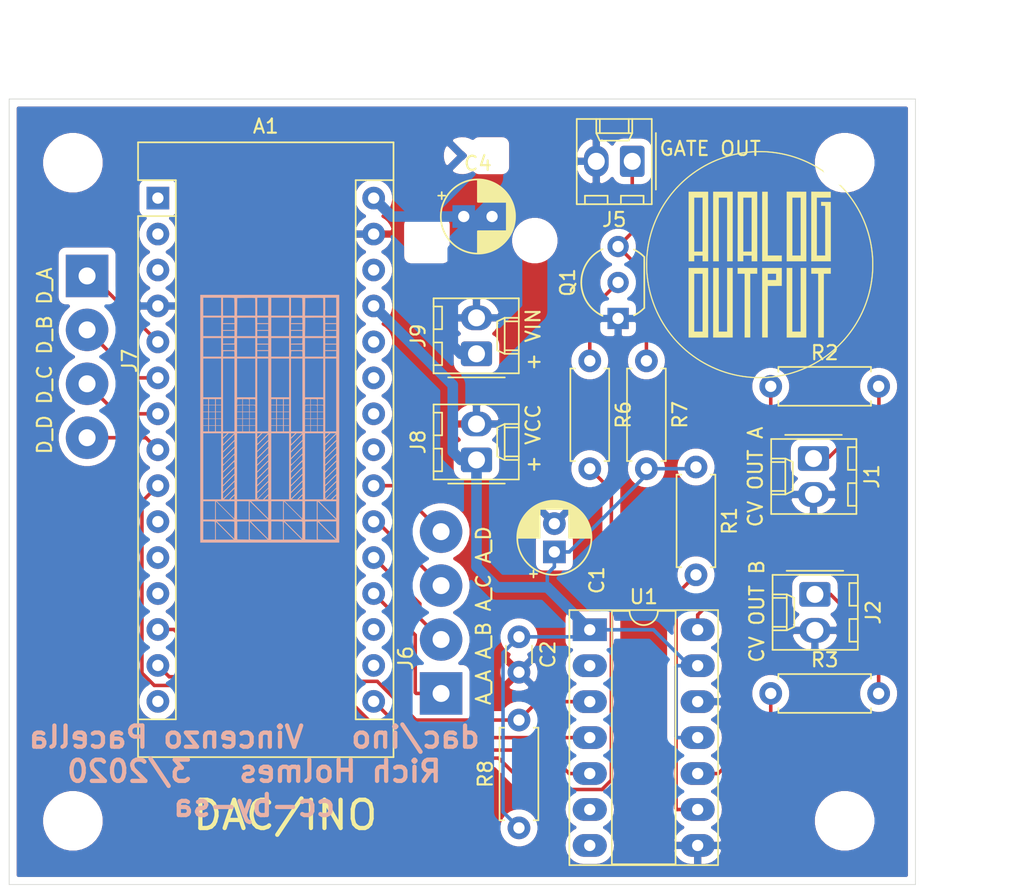
<source format=kicad_pcb>
(kicad_pcb (version 20171130) (host pcbnew 5.1.5-52549c5~84~ubuntu18.04.1)
  (layers (0 F.Cu signal) (31 B.Cu signal) (34 B.Paste user) (35 F.Paste user) (36 B.SilkS user) (37 F.SilkS user) (38 B.Mask user) (39 F.Mask user) (44 Edge.Cuts user))
  (net 0 "")
  (net 1 GND)
  (net 2 VCC)
  (net 3 /Arduino/SCK)
  (net 4 /Arduino/MOSI)
  (net 5 /Arduino/DAC_CS)
  (net 6 /Arduino/D_OUT_B)
  (net 7 /Arduino/D_OUT_A)
  (net 8 /Arduino/A_IN_F)
  (net 9 /Arduino/D_IN_D)
  (net 10 /Arduino/A_IN_E)
  (net 11 /Arduino/D_IN_C)
  (net 12 /Arduino/A_IN_D)
  (net 13 /Arduino/D_IN_B)
  (net 14 /Arduino/A_IN_C)
  (net 15 /Arduino/A_IN_B)
  (net 16 /Arduino/A_IN_A)
  (net 17 /Arduino/D_IN_A)
  (net 18 "/Gate out/GATE_OUT")
  (net 19 +VIN)
  (net 20 "Net-(A1-Pad15)")
  (net 21 "Net-(A1-Pad28)")
  (net 22 "Net-(A1-Pad12)")
  (net 23 "Net-(A1-Pad11)")
  (net 24 "Net-(A1-Pad26)")
  (net 25 "Net-(A1-Pad25)")
  (net 26 "Net-(A1-Pad3)")
  (net 27 "Net-(A1-Pad18)")
  (net 28 "Net-(A1-Pad2)")
  (net 29 "Net-(A1-Pad17)")
  (net 30 "Net-(A1-Pad1)")
  (net 31 /DAC/CV_OUT_A)
  (net 32 /DAC/CV_OUT_B)
  (net 33 "Net-(Q1-Pad2)")
  (net 34 "Net-(R1-Pad2)")
  (net 35 "Net-(R2-Pad1)")
  (net 36 "Net-(R3-Pad1)")
  (net 37 "Net-(U1-Pad7)")
  (net 38 "Net-(U1-Pad6)")
  (net 39 "Net-(U1-Pad2)")
  (module dac_ino:analogoutput2 (layer F.Cu) (at 178 104.7)
    (fp_text reference G*** hide)
    (fp_text value LOGO hide)
  )
  (module dac_ino:deco2 (layer F.Cu) (at 143.4 115.6 180)
    (fp_text reference G*** hide)
    (fp_text value LOGO hide)
  )
  (module Resistor_THT:R_Axial_DIN0207_L6.3mm_D2.5mm_P7.62mm_Horizontal (layer F.Cu) (at 178.78 135)
    (fp_text reference R3 (at 3.81 -2.37) (layer F.SilkS))
    (fp_text value 1K)
    (pad 2 thru_hole oval (at 7.62 0) (size 1.6 1.6) (drill 0.8) (layers *.Cu *.Mask) (net 32 /DAC/CV_OUT_B))
    (pad 1 thru_hole circle (at 0 0) (size 1.6 1.6) (drill 0.8) (layers *.Cu *.Mask) (net 36 "Net-(R3-Pad1)"))
  )
  (module Resistor_THT:R_Axial_DIN0207_L6.3mm_D2.5mm_P7.62mm_Horizontal (layer F.Cu) (at 178.78 113.3)
    (fp_text reference R2 (at 3.81 -2.37) (layer F.SilkS))
    (fp_text value 1K)
    (pad 2 thru_hole oval (at 7.62 0) (size 1.6 1.6) (drill 0.8) (layers *.Cu *.Mask) (net 31 /DAC/CV_OUT_A))
    (pad 1 thru_hole circle (at 0 0) (size 1.6 1.6) (drill 0.8) (layers *.Cu *.Mask) (net 35 "Net-(R2-Pad1)"))
  )
  (module Connector_Molex:Molex_KK-254_AE-6410-02A_1x02_P2.54mm_Vertical (layer F.Cu) (at 181.9 128 270)
    (fp_text reference J2 (at 1.27 -4.12 90) (layer F.SilkS))
    (fp_text value "CV OUT B")
    (pad 2 thru_hole oval (at 2.54 0 270) (size 1.74 2.2) (drill 1.2) (layers *.Cu *.Mask) (net 1 GND))
    (pad 1 thru_hole roundrect (at 0 0 270) (size 1.74 2.2) (drill 1.2) (layers *.Cu *.Mask) (roundrect_rratio 0.143678) (net 32 /DAC/CV_OUT_B))
  )
  (module Connector_Molex:Molex_KK-254_AE-6410-02A_1x02_P2.54mm_Vertical (layer F.Cu) (at 181.8 118.4 270)
    (fp_text reference J1 (at 1.27 -4.12 90) (layer F.SilkS))
    (fp_text value "CV OUT A")
    (pad 2 thru_hole oval (at 2.54 0 270) (size 1.74 2.2) (drill 1.2) (layers *.Cu *.Mask) (net 1 GND))
    (pad 1 thru_hole roundrect (at 0 0 270) (size 1.74 2.2) (drill 1.2) (layers *.Cu *.Mask) (roundrect_rratio 0.143678) (net 31 /DAC/CV_OUT_A))
  )
  (module Module:Arduino_Nano (layer F.Cu) (at 135.5 100)
    (fp_text reference A1 (at 7.62 -5.08) (layer F.SilkS))
    (fp_text value "Arduino_Nano_v3.x 5V")
    (pad 16 thru_hole oval (at 15.24 35.56) (size 1.6 1.6) (drill 0.8) (layers *.Cu *.Mask) (net 3 /Arduino/SCK))
    (pad 15 thru_hole oval (at 0 35.56) (size 1.6 1.6) (drill 0.8) (layers *.Cu *.Mask) (net 20 "Net-(A1-Pad15)"))
    (pad 30 thru_hole oval (at 15.24 0) (size 1.6 1.6) (drill 0.8) (layers *.Cu *.Mask) (net 19 +VIN))
    (pad 14 thru_hole oval (at 0 33.02) (size 1.6 1.6) (drill 0.8) (layers *.Cu *.Mask) (net 4 /Arduino/MOSI))
    (pad 29 thru_hole oval (at 15.24 2.54) (size 1.6 1.6) (drill 0.8) (layers *.Cu *.Mask) (net 1 GND))
    (pad 13 thru_hole oval (at 0 30.48) (size 1.6 1.6) (drill 0.8) (layers *.Cu *.Mask) (net 5 /Arduino/DAC_CS))
    (pad 28 thru_hole oval (at 15.24 5.08) (size 1.6 1.6) (drill 0.8) (layers *.Cu *.Mask) (net 21 "Net-(A1-Pad28)"))
    (pad 12 thru_hole oval (at 0 27.94) (size 1.6 1.6) (drill 0.8) (layers *.Cu *.Mask) (net 22 "Net-(A1-Pad12)"))
    (pad 27 thru_hole oval (at 15.24 7.62) (size 1.6 1.6) (drill 0.8) (layers *.Cu *.Mask) (net 2 VCC))
    (pad 11 thru_hole oval (at 0 25.4) (size 1.6 1.6) (drill 0.8) (layers *.Cu *.Mask) (net 23 "Net-(A1-Pad11)"))
    (pad 26 thru_hole oval (at 15.24 10.16) (size 1.6 1.6) (drill 0.8) (layers *.Cu *.Mask) (net 24 "Net-(A1-Pad26)"))
    (pad 10 thru_hole oval (at 0 22.86) (size 1.6 1.6) (drill 0.8) (layers *.Cu *.Mask) (net 6 /Arduino/D_OUT_B))
    (pad 25 thru_hole oval (at 15.24 12.7) (size 1.6 1.6) (drill 0.8) (layers *.Cu *.Mask) (net 25 "Net-(A1-Pad25)"))
    (pad 9 thru_hole oval (at 0 20.32) (size 1.6 1.6) (drill 0.8) (layers *.Cu *.Mask) (net 7 /Arduino/D_OUT_A))
    (pad 24 thru_hole oval (at 15.24 15.24) (size 1.6 1.6) (drill 0.8) (layers *.Cu *.Mask) (net 8 /Arduino/A_IN_F))
    (pad 8 thru_hole oval (at 0 17.78) (size 1.6 1.6) (drill 0.8) (layers *.Cu *.Mask) (net 9 /Arduino/D_IN_D))
    (pad 23 thru_hole oval (at 15.24 17.78) (size 1.6 1.6) (drill 0.8) (layers *.Cu *.Mask) (net 10 /Arduino/A_IN_E))
    (pad 7 thru_hole oval (at 0 15.24) (size 1.6 1.6) (drill 0.8) (layers *.Cu *.Mask) (net 11 /Arduino/D_IN_C))
    (pad 22 thru_hole oval (at 15.24 20.32) (size 1.6 1.6) (drill 0.8) (layers *.Cu *.Mask) (net 12 /Arduino/A_IN_D))
    (pad 6 thru_hole oval (at 0 12.7) (size 1.6 1.6) (drill 0.8) (layers *.Cu *.Mask) (net 13 /Arduino/D_IN_B))
    (pad 21 thru_hole oval (at 15.24 22.86) (size 1.6 1.6) (drill 0.8) (layers *.Cu *.Mask) (net 14 /Arduino/A_IN_C))
    (pad 5 thru_hole oval (at 0 10.16) (size 1.6 1.6) (drill 0.8) (layers *.Cu *.Mask) (net 17 /Arduino/D_IN_A))
    (pad 20 thru_hole oval (at 15.24 25.4) (size 1.6 1.6) (drill 0.8) (layers *.Cu *.Mask) (net 15 /Arduino/A_IN_B))
    (pad 4 thru_hole oval (at 0 7.62) (size 1.6 1.6) (drill 0.8) (layers *.Cu *.Mask) (net 1 GND))
    (pad 19 thru_hole oval (at 15.24 27.94) (size 1.6 1.6) (drill 0.8) (layers *.Cu *.Mask) (net 16 /Arduino/A_IN_A))
    (pad 3 thru_hole oval (at 0 5.08) (size 1.6 1.6) (drill 0.8) (layers *.Cu *.Mask) (net 26 "Net-(A1-Pad3)"))
    (pad 18 thru_hole oval (at 15.24 30.48) (size 1.6 1.6) (drill 0.8) (layers *.Cu *.Mask) (net 27 "Net-(A1-Pad18)"))
    (pad 2 thru_hole oval (at 0 2.54) (size 1.6 1.6) (drill 0.8) (layers *.Cu *.Mask) (net 28 "Net-(A1-Pad2)"))
    (pad 17 thru_hole oval (at 15.24 33.02) (size 1.6 1.6) (drill 0.8) (layers *.Cu *.Mask) (net 29 "Net-(A1-Pad17)"))
    (pad 1 thru_hole rect (at 0 0) (size 1.6 1.6) (drill 0.8) (layers *.Cu *.Mask) (net 30 "Net-(A1-Pad1)"))
  )
  (module Resistor_THT:R_Axial_DIN0207_L6.3mm_D2.5mm_P7.62mm_Horizontal (layer F.Cu) (at 161 144.5 90)
    (fp_text reference R8 (at 3.81 -2.37 90) (layer F.SilkS))
    (fp_text value 10K)
    (pad 2 thru_hole oval (at 7.62 0 90) (size 1.6 1.6) (drill 0.8) (layers *.Cu *.Mask) (net 5 /Arduino/DAC_CS))
    (pad 1 thru_hole circle (at 0 0 90) (size 1.6 1.6) (drill 0.8) (layers *.Cu *.Mask) (net 2 VCC))
  )
  (module Capacitor_THT:CP_Radial_D5.0mm_P2.00mm (layer F.Cu) (at 163.5 125 90)
    (fp_text reference C1 (at -2 3 90) (layer F.SilkS))
    (fp_text value 10uF)
    (pad 2 thru_hole circle (at 2 0 90) (size 1.6 1.6) (drill 0.8) (layers *.Cu *.Mask) (net 1 GND))
    (pad 1 thru_hole rect (at 0 0 90) (size 1.6 1.6) (drill 0.8) (layers *.Cu *.Mask) (net 2 VCC))
  )
  (module Connector_Wire:SolderWirePad_1x04_P3.81mm_Drill1.2mm (layer F.Cu) (at 130.5 105.5 270)
    (fp_text reference J7 (at 6 -3 90) (layer F.SilkS))
    (fp_text value Conn_01x04)
    (pad 4 thru_hole circle (at 11.43 0 270) (size 2.99974 2.99974) (drill 1.19888) (layers *.Cu *.Mask) (net 9 /Arduino/D_IN_D))
    (pad 3 thru_hole circle (at 7.62 0 270) (size 2.99974 2.99974) (drill 1.19888) (layers *.Cu *.Mask) (net 11 /Arduino/D_IN_C))
    (pad 2 thru_hole circle (at 3.81 0 270) (size 2.99974 2.99974) (drill 1.19888) (layers *.Cu *.Mask) (net 13 /Arduino/D_IN_B))
    (pad 1 thru_hole rect (at 0 0 270) (size 2.99974 2.99974) (drill 1.19888) (layers *.Cu *.Mask) (net 17 /Arduino/D_IN_A))
  )
  (module Connector_Wire:SolderWirePad_1x04_P3.81mm_Drill1.2mm (layer F.Cu) (at 155.5 135 90)
    (fp_text reference J6 (at 2.5 -2.5 90) (layer F.SilkS))
    (fp_text value Conn_01x04)
    (pad 4 thru_hole circle (at 11.43 0 90) (size 2.99974 2.99974) (drill 1.19888) (layers *.Cu *.Mask) (net 12 /Arduino/A_IN_D))
    (pad 3 thru_hole circle (at 7.62 0 90) (size 2.99974 2.99974) (drill 1.19888) (layers *.Cu *.Mask) (net 14 /Arduino/A_IN_C))
    (pad 2 thru_hole circle (at 3.81 0 90) (size 2.99974 2.99974) (drill 1.19888) (layers *.Cu *.Mask) (net 15 /Arduino/A_IN_B))
    (pad 1 thru_hole rect (at 0 0 90) (size 2.99974 2.99974) (drill 1.19888) (layers *.Cu *.Mask) (net 16 /Arduino/A_IN_A))
  )
  (module Connector_Molex:Molex_KK-254_AE-6410-02A_1x02_P2.54mm_Vertical (layer F.Cu) (at 158 111 90)
    (fp_text reference J9 (at 1.27 -4.12 270) (layer F.SilkS))
    (fp_text value Vin)
    (pad 2 thru_hole oval (at 2.54 0 90) (size 1.74 2.2) (drill 1.2) (layers *.Cu *.Mask) (net 1 GND))
    (pad 1 thru_hole roundrect (at 0 0 90) (size 1.74 2.2) (drill 1.2) (layers *.Cu *.Mask) (roundrect_rratio 0.143678) (net 19 +VIN))
  )
  (module Resistor_THT:R_Axial_DIN0207_L6.3mm_D2.5mm_P7.62mm_Horizontal (layer F.Cu) (at 173.5 119 270)
    (fp_text reference R1 (at 3.81 -2.37 90) (layer F.SilkS))
    (fp_text value 10K)
    (pad 2 thru_hole oval (at 7.62 0 270) (size 1.6 1.6) (drill 0.8) (layers *.Cu *.Mask) (net 34 "Net-(R1-Pad2)"))
    (pad 1 thru_hole circle (at 0 0 270) (size 1.6 1.6) (drill 0.8) (layers *.Cu *.Mask) (net 2 VCC))
  )
  (module MountingHole:MountingHole_3.2mm_M3 (layer F.Cu) (at 184 97.5 180)
    (fp_text reference H4 hide)
    (fp_text value MountingHole)
    (pad 1 np_thru_hole circle (at 0 0 180) (size 3.2 3.2) (drill 3.2) (layers *.Cu *.Mask))
  )
  (module MountingHole:MountingHole_3.2mm_M3 (layer F.Cu) (at 184 144 180)
    (fp_text reference H3 hide)
    (fp_text value MountingHole)
    (pad 1 np_thru_hole circle (at 0 0 180) (size 3.2 3.2) (drill 3.2) (layers *.Cu *.Mask))
  )
  (module MountingHole:MountingHole_3.2mm_M3 (layer F.Cu) (at 129.5 144)
    (fp_text reference H2 hide)
    (fp_text value MountingHole)
    (pad 1 np_thru_hole circle (at 0 0) (size 3.2 3.2) (drill 3.2) (layers *.Cu *.Mask))
  )
  (module MountingHole:MountingHole_3.2mm_M3 (layer F.Cu) (at 129.5 97.5)
    (fp_text reference H1 hide)
    (fp_text value MountingHole)
    (pad 1 np_thru_hole circle (at 0 0) (size 3.2 3.2) (drill 3.2) (layers *.Cu *.Mask))
  )
  (module Package_DIP:DIP-14_W7.62mm_Socket_LongPads (layer F.Cu) (at 166 130.5)
    (fp_text reference U1 (at 3.81 -2.33) (layer F.SilkS))
    (fp_text value MCP4922)
    (pad 14 thru_hole oval (at 7.62 0) (size 2.4 1.6) (drill 0.8) (layers *.Cu *.Mask) (net 35 "Net-(R2-Pad1)"))
    (pad 7 thru_hole oval (at 0 15.24) (size 2.4 1.6) (drill 0.8) (layers *.Cu *.Mask) (net 37 "Net-(U1-Pad7)"))
    (pad 13 thru_hole oval (at 7.62 2.54) (size 2.4 1.6) (drill 0.8) (layers *.Cu *.Mask) (net 2 VCC))
    (pad 6 thru_hole oval (at 0 12.7) (size 2.4 1.6) (drill 0.8) (layers *.Cu *.Mask) (net 38 "Net-(U1-Pad6)"))
    (pad 12 thru_hole oval (at 7.62 5.08) (size 2.4 1.6) (drill 0.8) (layers *.Cu *.Mask) (net 1 GND))
    (pad 5 thru_hole oval (at 0 10.16) (size 2.4 1.6) (drill 0.8) (layers *.Cu *.Mask) (net 4 /Arduino/MOSI))
    (pad 11 thru_hole oval (at 7.62 7.62) (size 2.4 1.6) (drill 0.8) (layers *.Cu *.Mask) (net 2 VCC))
    (pad 4 thru_hole oval (at 0 7.62) (size 2.4 1.6) (drill 0.8) (layers *.Cu *.Mask) (net 3 /Arduino/SCK))
    (pad 10 thru_hole oval (at 7.62 10.16) (size 2.4 1.6) (drill 0.8) (layers *.Cu *.Mask) (net 36 "Net-(R3-Pad1)"))
    (pad 3 thru_hole oval (at 0 5.08) (size 2.4 1.6) (drill 0.8) (layers *.Cu *.Mask) (net 5 /Arduino/DAC_CS))
    (pad 9 thru_hole oval (at 7.62 12.7) (size 2.4 1.6) (drill 0.8) (layers *.Cu *.Mask) (net 34 "Net-(R1-Pad2)"))
    (pad 2 thru_hole oval (at 0 2.54) (size 2.4 1.6) (drill 0.8) (layers *.Cu *.Mask) (net 39 "Net-(U1-Pad2)"))
    (pad 8 thru_hole oval (at 7.62 15.24) (size 2.4 1.6) (drill 0.8) (layers *.Cu *.Mask) (net 1 GND))
    (pad 1 thru_hole rect (at 0 0) (size 2.4 1.6) (drill 0.8) (layers *.Cu *.Mask) (net 2 VCC))
  )
  (module Resistor_THT:R_Axial_DIN0207_L6.3mm_D2.5mm_P7.62mm_Horizontal (layer F.Cu) (at 170 111.5 270)
    (fp_text reference R7 (at 3.81 -2.37 90) (layer F.SilkS))
    (fp_text value 1k)
    (pad 2 thru_hole oval (at 7.62 0 270) (size 1.6 1.6) (drill 0.8) (layers *.Cu *.Mask) (net 2 VCC))
    (pad 1 thru_hole circle (at 0 0 270) (size 1.6 1.6) (drill 0.8) (layers *.Cu *.Mask) (net 18 "/Gate out/GATE_OUT"))
  )
  (module Resistor_THT:R_Axial_DIN0207_L6.3mm_D2.5mm_P7.62mm_Horizontal (layer F.Cu) (at 166 111.5 270)
    (fp_text reference R6 (at 3.81 -2.37 90) (layer F.SilkS))
    (fp_text value 1k)
    (pad 2 thru_hole oval (at 7.62 0 270) (size 1.6 1.6) (drill 0.8) (layers *.Cu *.Mask) (net 7 /Arduino/D_OUT_A))
    (pad 1 thru_hole circle (at 0 0 270) (size 1.6 1.6) (drill 0.8) (layers *.Cu *.Mask) (net 33 "Net-(Q1-Pad2)"))
  )
  (module Package_TO_SOT_THT:TO-92_Inline_Wide (layer F.Cu) (at 168 108.5 90)
    (fp_text reference Q1 (at 2.54 -3.56 90) (layer F.SilkS))
    (fp_text value 2N3904)
    (pad 1 thru_hole rect (at 0 0 180) (size 1.5 1.5) (drill 0.8) (layers *.Cu *.Mask) (net 1 GND))
    (pad 3 thru_hole circle (at 5.08 0 180) (size 1.5 1.5) (drill 0.8) (layers *.Cu *.Mask) (net 18 "/Gate out/GATE_OUT"))
    (pad 2 thru_hole circle (at 2.54 0 180) (size 1.5 1.5) (drill 0.8) (layers *.Cu *.Mask) (net 33 "Net-(Q1-Pad2)"))
  )
  (module Connector_Molex:Molex_KK-254_AE-6410-02A_1x02_P2.54mm_Vertical (layer F.Cu) (at 158 118.5 90)
    (fp_text reference J8 (at 1.27 -4.12 90) (layer F.SilkS))
    (fp_text value VCC)
    (pad 2 thru_hole oval (at 2.54 0 90) (size 1.74 2.2) (drill 1.2) (layers *.Cu *.Mask) (net 1 GND))
    (pad 1 thru_hole roundrect (at 0 0 90) (size 1.74 2.2) (drill 1.2) (layers *.Cu *.Mask) (roundrect_rratio 0.143678) (net 2 VCC))
  )
  (module Connector_Molex:Molex_KK-254_AE-6410-02A_1x02_P2.54mm_Vertical (layer F.Cu) (at 169 97.4 180)
    (fp_text reference J5 (at 1.27 -4.12) (layer F.SilkS))
    (fp_text value "GATE OUT A")
    (pad 2 thru_hole oval (at 2.54 0 180) (size 1.74 2.2) (drill 1.2) (layers *.Cu *.Mask) (net 1 GND))
    (pad 1 thru_hole roundrect (at 0 0 180) (size 1.74 2.2) (drill 1.2) (layers *.Cu *.Mask) (roundrect_rratio 0.143678) (net 18 "/Gate out/GATE_OUT"))
  )
  (module Capacitor_THT:CP_Radial_D5.0mm_P2.00mm (layer F.Cu) (at 157.1 101.3)
    (fp_text reference C4 (at 1 -3.75) (layer F.SilkS))
    (fp_text value 10uF)
    (pad 2 thru_hole circle (at 2 0) (size 1.6 1.6) (drill 0.8) (layers *.Cu *.Mask) (net 1 GND))
    (pad 1 thru_hole rect (at 0 0) (size 1.6 1.6) (drill 0.8) (layers *.Cu *.Mask) (net 19 +VIN))
  )
  (module Capacitor_THT:C_Disc_D3.0mm_W1.6mm_P2.50mm (layer F.Cu) (at 161 131 270)
    (fp_text reference C2 (at 1.25 -2.05 90) (layer F.SilkS))
    (fp_text value 0.1uF)
    (pad 2 thru_hole circle (at 2.5 0 270) (size 1.6 1.6) (drill 0.8) (layers *.Cu *.Mask) (net 1 GND))
    (pad 1 thru_hole circle (at 0 0 270) (size 1.6 1.6) (drill 0.8) (layers *.Cu *.Mask) (net 2 VCC))
  )
  (gr_text DAC/INO (at 144.5 143.6) (layer F.SilkS) (effects (font (size 2 2) (thickness 0.3))))
  (gr_text "A_A A_B A_C A_D" (at 158.5 129.5 90) (layer F.SilkS) (effects (font (size 1 1))))
  (gr_text "D_D D_C D_B D_A" (at 127.5 111.5 90) (layer F.SilkS) (effects (font (size 1 1))))
  (gr_text "GATE OUT" (at 174.5 96.5) (layer F.SilkS) (effects (font (size 1 1))))
  (gr_text "+ VCC" (at 162 117 90) (layer F.SilkS) (effects (font (size 1 1))))
  (gr_text "+ VIN" (at 162 110 90) (layer F.SilkS) (effects (font (size 1 1))))
  (gr_text "dac/ino   Vincenzo Pacella\nRich Holmes   3/2020\ncc-by-sa" (at 142.3 140.5) (layer B.SilkS) (effects (font (size 1.5 1.5) (thickness 0.3)) (justify mirror)))
  (gr_text "CV OUT A" (at 177.7 119.7 90) (layer F.SilkS) (effects (font (size 1 1))))
  (gr_line (start 189 148.5) (end 125 148.5) (layer Edge.Cuts) (width 0.05))
  (gr_text "CV OUT B" (at 177.8 129.2 90) (layer F.SilkS) (effects (font (size 1 1))))
  (gr_line (start 125 148.5) (end 125 93) (layer Edge.Cuts) (width 0.05))
  (gr_line (start 189 93) (end 189 148.5) (layer Edge.Cuts) (width 0.05))
  (gr_line (start 125 93) (end 189 93) (layer Edge.Cuts) (width 0.05))
  (segment (start 156.9 118.5) (end 158 118.5) (width 0.75) (layer B.Cu) (net 2))
  (segment (start 156.32499 117.92499) (end 156.9 118.5) (width 0.75) (layer B.Cu) (net 2))
  (segment (start 156.32499 113.20499) (end 156.32499 117.92499) (width 0.75) (layer B.Cu) (net 2))
  (segment (start 150.74 107.62) (end 156.32499 113.20499) (width 0.75) (layer B.Cu) (net 2))
  (segment (start 172.17 138.12) (end 173.62 138.12) (width 0.25) (layer B.Cu) (net 2))
  (segment (start 172.09499 138.04499) (end 172.17 138.12) (width 0.25) (layer B.Cu) (net 2))
  (segment (start 172.09499 133.11501) (end 172.09499 138.04499) (width 0.25) (layer B.Cu) (net 2))
  (segment (start 172.17 133.04) (end 172.09499 133.11501) (width 0.25) (layer B.Cu) (net 2))
  (segment (start 173.62 133.04) (end 172.17 133.04) (width 0.25) (layer B.Cu) (net 2))
  (segment (start 173.04 133.04) (end 173.62 133.04) (width 0.25) (layer B.Cu) (net 2))
  (segment (start 166 130.5) (end 170.5 130.5) (width 0.25) (layer B.Cu) (net 2))
  (segment (start 170.5 130.5) (end 173.04 133.04) (width 0.25) (layer B.Cu) (net 2))
  (segment (start 159.45 127.5) (end 163 127.5) (width 0.75) (layer B.Cu) (net 2))
  (segment (start 158 126.05) (end 159.45 127.5) (width 0.75) (layer B.Cu) (net 2))
  (segment (start 158 118.5) (end 158 126.05) (width 0.75) (layer B.Cu) (net 2))
  (segment (start 163 127.5) (end 166 130.5) (width 0.75) (layer B.Cu) (net 2))
  (segment (start 165.5 131) (end 166 130.5) (width 0.25) (layer B.Cu) (net 2))
  (segment (start 161 131) (end 165.5 131) (width 0.25) (layer B.Cu) (net 2))
  (segment (start 173.38 119.12) (end 173.5 119) (width 0.25) (layer B.Cu) (net 2))
  (segment (start 170 119.12) (end 173.38 119.12) (width 0.25) (layer B.Cu) (net 2))
  (segment (start 163 126.55) (end 163 127.5) (width 0.25) (layer B.Cu) (net 2))
  (segment (start 163.5 126.05) (end 163 126.55) (width 0.25) (layer B.Cu) (net 2))
  (segment (start 163.5 125) (end 163.5 126.05) (width 0.25) (layer B.Cu) (net 2))
  (segment (start 164.55 125) (end 170 119.55) (width 0.25) (layer B.Cu) (net 2))
  (segment (start 170 119.55) (end 170 119.12) (width 0.25) (layer B.Cu) (net 2))
  (segment (start 163.5 125) (end 164.55 125) (width 0.25) (layer B.Cu) (net 2))
  (segment (start 159.874999 132.125001) (end 161 131) (width 0.25) (layer B.Cu) (net 2))
  (segment (start 159.874999 143.374999) (end 159.874999 132.125001) (width 0.25) (layer B.Cu) (net 2))
  (segment (start 161 144.5) (end 159.874999 143.374999) (width 0.25) (layer B.Cu) (net 2))
  (segment (start 153.3 138.12) (end 166 138.12) (width 0.25) (layer F.Cu) (net 3))
  (segment (start 150.74 135.56) (end 153.3 138.12) (width 0.25) (layer F.Cu) (net 3))
  (segment (start 152.5 139) (end 162.89 139) (width 0.25) (layer F.Cu) (net 4))
  (segment (start 135.5 133.02) (end 136.299999 133.819999) (width 0.25) (layer F.Cu) (net 4))
  (segment (start 164.55 140.66) (end 166 140.66) (width 0.25) (layer F.Cu) (net 4))
  (segment (start 147.319999 133.819999) (end 152.5 139) (width 0.25) (layer F.Cu) (net 4))
  (segment (start 136.299999 133.819999) (end 147.319999 133.819999) (width 0.25) (layer F.Cu) (net 4))
  (segment (start 162.89 139) (end 164.55 140.66) (width 0.25) (layer F.Cu) (net 4))
  (segment (start 162.3 135.58) (end 161 136.88) (width 0.25) (layer F.Cu) (net 5))
  (segment (start 166 135.58) (end 162.3 135.58) (width 0.25) (layer F.Cu) (net 5))
  (segment (start 147.13641 133) (end 139.15137 133) (width 0.25) (layer F.Cu) (net 5))
  (segment (start 148.281411 134.145001) (end 147.13641 133) (width 0.25) (layer F.Cu) (net 5))
  (segment (start 136.63137 130.48) (end 135.5 130.48) (width 0.25) (layer F.Cu) (net 5))
  (segment (start 150.990003 134.145001) (end 148.281411 134.145001) (width 0.25) (layer F.Cu) (net 5))
  (segment (start 153.725002 136.88) (end 150.990003 134.145001) (width 0.25) (layer F.Cu) (net 5))
  (segment (start 161 136.88) (end 153.725002 136.88) (width 0.25) (layer F.Cu) (net 5))
  (segment (start 139.15137 133) (end 136.63137 130.48) (width 0.25) (layer F.Cu) (net 5))
  (segment (start 134.374999 121.445001) (end 135.5 120.32) (width 0.25) (layer F.Cu) (net 7))
  (segment (start 147.298589 134.434999) (end 135.249997 134.434999) (width 0.25) (layer F.Cu) (net 7))
  (segment (start 152.431795 139.568205) (end 147.298589 134.434999) (width 0.25) (layer F.Cu) (net 7))
  (segment (start 166 119.12) (end 167.52501 120.64501) (width 0.25) (layer F.Cu) (net 7))
  (segment (start 167.52501 120.64501) (end 167.52501 141.125994) (width 0.25) (layer F.Cu) (net 7))
  (segment (start 161.78501 141.78501) (end 159.568205 139.568205) (width 0.25) (layer F.Cu) (net 7))
  (segment (start 134.374999 133.560001) (end 134.374999 121.445001) (width 0.25) (layer F.Cu) (net 7))
  (segment (start 167.52501 141.125994) (end 166.865994 141.78501) (width 0.25) (layer F.Cu) (net 7))
  (segment (start 166.865994 141.78501) (end 161.78501 141.78501) (width 0.25) (layer F.Cu) (net 7))
  (segment (start 135.249997 134.434999) (end 134.374999 133.560001) (width 0.25) (layer F.Cu) (net 7))
  (segment (start 159.568205 139.568205) (end 152.431795 139.568205) (width 0.25) (layer F.Cu) (net 7))
  (segment (start 134.65 116.93) (end 135.5 117.78) (width 0.25) (layer F.Cu) (net 9))
  (segment (start 130.5 116.93) (end 134.65 116.93) (width 0.25) (layer F.Cu) (net 9))
  (segment (start 132.62 115.24) (end 135.5 115.24) (width 0.25) (layer F.Cu) (net 11))
  (segment (start 130.5 113.12) (end 132.62 115.24) (width 0.25) (layer F.Cu) (net 11))
  (segment (start 152.25 120.32) (end 150.74 120.32) (width 0.25) (layer F.Cu) (net 12))
  (segment (start 155.5 123.57) (end 152.25 120.32) (width 0.25) (layer F.Cu) (net 12))
  (segment (start 133.89 112.7) (end 135.5 112.7) (width 0.25) (layer F.Cu) (net 13))
  (segment (start 130.5 109.31) (end 133.89 112.7) (width 0.25) (layer F.Cu) (net 13))
  (segment (start 150.98 122.86) (end 150.74 122.86) (width 0.25) (layer F.Cu) (net 14))
  (segment (start 155.5 127.38) (end 150.98 122.86) (width 0.25) (layer F.Cu) (net 14))
  (segment (start 154.000131 128.660131) (end 150.74 125.4) (width 0.25) (layer F.Cu) (net 15))
  (segment (start 154.000131 129.690131) (end 154.000131 128.660131) (width 0.25) (layer F.Cu) (net 15))
  (segment (start 155.5 131.19) (end 154.000131 129.690131) (width 0.25) (layer F.Cu) (net 15))
  (segment (start 153.675129 134.924999) (end 153.675129 130.875129) (width 0.25) (layer F.Cu) (net 16))
  (segment (start 153.675129 130.875129) (end 150.74 127.94) (width 0.25) (layer F.Cu) (net 16))
  (segment (start 153.75013 135) (end 153.675129 134.924999) (width 0.25) (layer F.Cu) (net 16))
  (segment (start 155.5 135) (end 153.75013 135) (width 0.25) (layer F.Cu) (net 16))
  (segment (start 130.84 105.5) (end 135.5 110.16) (width 0.25) (layer F.Cu) (net 17))
  (segment (start 130.5 105.5) (end 130.84 105.5) (width 0.25) (layer F.Cu) (net 17))
  (segment (start 169 102.42) (end 168 103.42) (width 0.25) (layer F.Cu) (net 18))
  (segment (start 169 97.4) (end 169 102.42) (width 0.25) (layer F.Cu) (net 18))
  (segment (start 170 105.42) (end 170 111.5) (width 0.25) (layer F.Cu) (net 18))
  (segment (start 168 103.42) (end 170 105.42) (width 0.25) (layer F.Cu) (net 18))
  (segment (start 157.1 102.85) (end 157.1 101.3) (width 0.75) (layer B.Cu) (net 19))
  (segment (start 156.32499 110.42499) (end 156.32499 103.62501) (width 0.75) (layer B.Cu) (net 19))
  (segment (start 156.32499 103.62501) (end 157.1 102.85) (width 0.75) (layer B.Cu) (net 19))
  (segment (start 156.9 111) (end 156.32499 110.42499) (width 0.75) (layer B.Cu) (net 19))
  (segment (start 158 111) (end 156.9 111) (width 0.75) (layer B.Cu) (net 19))
  (segment (start 152.04 101.3) (end 150.74 100) (width 0.75) (layer B.Cu) (net 19))
  (segment (start 157.1 101.3) (end 152.04 101.3) (width 0.75) (layer B.Cu) (net 19))
  (segment (start 186.42 114.78) (end 186.42 113.3) (width 0.25) (layer F.Cu) (net 31))
  (segment (start 182.9 118.3) (end 186.42 114.78) (width 0.25) (layer F.Cu) (net 31))
  (segment (start 181.8 118.3) (end 182.9 118.3) (width 0.25) (layer F.Cu) (net 31))
  (segment (start 186.4 133.86863) (end 186.4 135) (width 0.25) (layer F.Cu) (net 32))
  (segment (start 186.4 131.4) (end 186.4 133.86863) (width 0.25) (layer F.Cu) (net 32))
  (segment (start 183 128) (end 186.4 131.4) (width 0.25) (layer F.Cu) (net 32))
  (segment (start 181.9 128) (end 183 128) (width 0.25) (layer F.Cu) (net 32))
  (segment (start 166 107.96) (end 166 111.5) (width 0.25) (layer F.Cu) (net 33))
  (segment (start 168 105.96) (end 166 107.96) (width 0.25) (layer F.Cu) (net 33))
  (segment (start 172.17 143.2) (end 173.62 143.2) (width 0.25) (layer F.Cu) (net 34))
  (segment (start 172.09499 128.02501) (end 172.09499 143.12499) (width 0.25) (layer F.Cu) (net 34))
  (segment (start 172.09499 143.12499) (end 172.17 143.2) (width 0.25) (layer F.Cu) (net 34))
  (segment (start 173.5 126.62) (end 172.09499 128.02501) (width 0.25) (layer F.Cu) (net 34))
  (segment (start 178.78 114.43137) (end 178.78 113.3) (width 0.25) (layer F.Cu) (net 35))
  (segment (start 178.78 124.29) (end 178.78 114.43137) (width 0.25) (layer F.Cu) (net 35))
  (segment (start 173.62 129.45) (end 178.78 124.29) (width 0.25) (layer F.Cu) (net 35))
  (segment (start 173.62 130.5) (end 173.62 129.45) (width 0.25) (layer F.Cu) (net 35))
  (segment (start 178.78 136.95) (end 178.78 136.13137) (width 0.25) (layer F.Cu) (net 36))
  (segment (start 178.78 136.13137) (end 178.78 135) (width 0.25) (layer F.Cu) (net 36))
  (segment (start 175.07 140.66) (end 178.78 136.95) (width 0.25) (layer F.Cu) (net 36))
  (segment (start 173.62 140.66) (end 175.07 140.66) (width 0.25) (layer F.Cu) (net 36))
  (zone (net 1) (net_name GND) (layer F.Cu) (connect_pads (clearance 0.508)) (min_thickness 0.254) (fill yes (arc_segments 32) (thermal_gap 0.508) (thermal_bridge_width 0.508))
    (polygon (pts (xy 189 148.5) (xy 125 148.5) (xy 125 93) (xy 189 93)))
  )
  (zone (net 1) (net_name GND) (layer B.Cu) (connect_pads (clearance 0.508)) (min_thickness 0.254) (fill yes (arc_segments 32) (thermal_gap 0.508) (thermal_bridge_width 0.508))
    (polygon (pts (xy 189 148.5) (xy 125 148.5) (xy 125 93) (xy 189 93)))
  )
)
</source>
